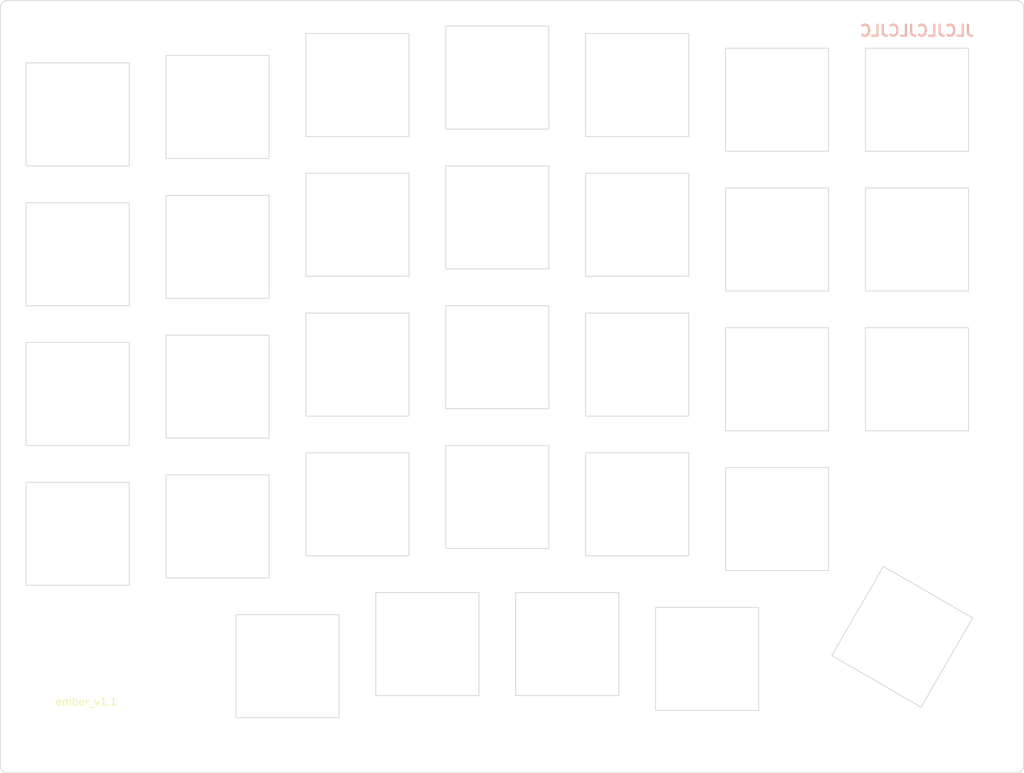
<source format=kicad_pcb>
(kicad_pcb (version 20221018) (generator pcbnew)
  (layers (0 "F.Cu" signal) (31 "B.Cu" signal) (34 "B.Paste" user) (35 "F.Paste" user) (36 "B.SilkS" user "B.Silkscreen") (37 "F.SilkS" user "F.Silkscreen") (38 "B.Mask" user) (39 "F.Mask" user) (44 "Edge.Cuts" user))
  (net 0 "")
  (footprint "MountingHole:MountingHole_2.2mm_M2" (layer "F.Cu") (at 70 113)
    (fp_text reference "H3")
    (fp_text value "MountingHole")
    (pad "" np_thru_hole circle (at 0 0) (size 2.2 2.2) (drill 2.2) (layers "*.Cu" "*.Mask"))
  )
  (footprint "MountingHole:MountingHole_2.2mm_M2" (layer "F.Cu") (at 70 75)
    (fp_text reference "H1")
    (fp_text value "MountingHole")
    (pad "" np_thru_hole circle (at 0 0) (size 2.2 2.2) (drill 2.2) (layers "*.Cu" "*.Mask"))
  )
  (footprint "MountingHole:MountingHole_2.2mm_M2" (layer "F.Cu") (at 165 73)
    (fp_text reference "H4")
    (fp_text value "MountingHole")
    (pad "" np_thru_hole circle (at 0 0) (size 2.2 2.2) (drill 2.2) (layers "*.Cu" "*.Mask"))
  )
  (footprint "fps_dojo_logo:fps_dojo_logo" (layer "F.Cu") (at 64.5 140.5)
    (fp_text reference "G***" hide)
    (fp_text value "LOGO" hide)
  )
  (footprint "MountingHole:MountingHole_2.2mm_M2" (layer "F.Cu") (at 165 130)
    (fp_text reference "H2")
    (fp_text value "MountingHole")
    (pad "" np_thru_hole circle (at 0 0) (size 2.2 2.2) (drill 2.2) (layers "*.Cu" "*.Mask"))
  )
  (footprint "MountingHole:MountingHole_2.2mm_M2" (layer "F.Cu") (at 117.5 127)
    (fp_text reference "H5")
    (fp_text value "MountingHole")
    (pad "" np_thru_hole circle (at 0 0) (size 2.2 2.2) (drill 2.2) (layers "*.Cu" "*.Mask"))
  )
  (footprint "MountingHole:MountingHole_2.2mm_M2" (layer "F.Cu") (at 117.5 70)
    (fp_text reference "H6")
    (fp_text value "MountingHole")
    (pad "" np_thru_hole circle (at 0 0) (size 2.2 2.2) (drill 2.2) (layers "*.Cu" "*.Mask"))
  )
  (gr_rect (start 167.5 94.5) (end 181.5 108.5) (stroke (width 0.1)) (fill none) (layer "Edge.Cuts"))
  (gr_rect (start 72.5 76.5) (end 86.5 90.5) (stroke (width 0.1)) (fill none) (layer "Edge.Cuts"))
  (gr_rect (start 110.5 91.5) (end 124.5 105.5) (stroke (width 0.1)) (fill none) (layer "Edge.Cuts"))
  (gr_rect (start 148.5 75.5) (end 162.5 89.5) (stroke (width 0.1)) (fill none) (layer "Edge.Cuts"))
  (gr_poly (pts (xy 169.937822 126.937822) (xy 182.062178 133.937822) (xy 175.062178 146.062178) (xy 162.937822 139.062178)) (stroke (width 0.1)) (fill none) (layer "Edge.Cuts"))
  (gr_rect (start 53.5 77.5) (end 67.5 91.5) (stroke (width 0.1)) (fill none) (layer "Edge.Cuts"))
  (gr_rect (start 91.5 54.5) (end 105.5 68.5) (stroke (width 0.1)) (fill none) (layer "Edge.Cuts"))
  (gr_rect (start 91.5 111.5) (end 105.5 125.5) (stroke (width 0.1)) (fill none) (layer "Edge.Cuts"))
  (gr_rect (start 129.5 111.5) (end 143.5 125.5) (stroke (width 0.1)) (fill none) (layer "Edge.Cuts"))
  (gr_line (start 188 50) (end 51 50) (stroke (width 0.1)) (layer "Edge.Cuts"))
  (gr_arc (start 188 50) (mid 188.707107 50.292893) (end 189 51) (stroke (width 0.1)) (layer "Edge.Cuts"))
  (gr_rect (start 167.5 56.5) (end 181.5 70.5) (stroke (width 0.1)) (fill none) (layer "Edge.Cuts"))
  (gr_rect (start 110.5 72.5) (end 124.5 86.5) (stroke (width 0.1)) (fill none) (layer "Edge.Cuts"))
  (gr_rect (start 120 130.5) (end 134 144.5) (stroke (width 0.1)) (fill none) (layer "Edge.Cuts"))
  (gr_rect (start 148.5 56.5) (end 162.5 70.5) (stroke (width 0.1)) (fill none) (layer "Edge.Cuts"))
  (gr_rect (start 72.5 57.5) (end 86.5 71.5) (stroke (width 0.1)) (fill none) (layer "Edge.Cuts"))
  (gr_rect (start 139 132.5) (end 153 146.5) (stroke (width 0.1)) (fill none) (layer "Edge.Cuts"))
  (gr_rect (start 148.5 113.5) (end 162.5 127.5) (stroke (width 0.1)) (fill none) (layer "Edge.Cuts"))
  (gr_line (start 50 51) (end 50 154) (stroke (width 0.1)) (layer "Edge.Cuts"))
  (gr_rect (start 72.5 95.5) (end 86.5 109.5) (stroke (width 0.1)) (fill none) (layer "Edge.Cuts"))
  (gr_arc (start 189 154) (mid 188.707107 154.707107) (end 188 155) (stroke (width 0.1)) (layer "Edge.Cuts"))
  (gr_rect (start 91.5 73.5) (end 105.5 87.5) (stroke (width 0.1)) (fill none) (layer "Edge.Cuts"))
  (gr_rect (start 110.5 53.5) (end 124.5 67.5) (stroke (width 0.1)) (fill none) (layer "Edge.Cuts"))
  (gr_arc (start 51 155) (mid 50.292893 154.707107) (end 50 154) (stroke (width 0.1)) (layer "Edge.Cuts"))
  (gr_rect (start 53.5 58.5) (end 67.5 72.5) (stroke (width 0.1)) (fill none) (layer "Edge.Cuts"))
  (gr_rect (start 148.5 94.5) (end 162.5 108.5) (stroke (width 0.1)) (fill none) (layer "Edge.Cuts"))
  (gr_rect (start 91.5 92.5) (end 105.5 106.5) (stroke (width 0.1)) (fill none) (layer "Edge.Cuts"))
  (gr_rect (start 53.5 96.5) (end 67.5 110.5) (stroke (width 0.1)) (fill none) (layer "Edge.Cuts"))
  (gr_rect (start 82 133.5) (end 96 147.5) (stroke (width 0.1)) (fill none) (layer "Edge.Cuts"))
  (gr_line (start 188 155) (end 51 155) (stroke (width 0.1)) (layer "Edge.Cuts"))
  (gr_rect (start 129.5 92.5) (end 143.5 106.5) (stroke (width 0.1)) (fill none) (layer "Edge.Cuts"))
  (gr_rect (start 110.5 110.5) (end 124.5 124.5) (stroke (width 0.1)) (fill none) (layer "Edge.Cuts"))
  (gr_line (start 189 154) (end 189 51) (stroke (width 0.1)) (layer "Edge.Cuts"))
  (gr_rect (start 167.5 75.5) (end 181.5 89.5) (stroke (width 0.1)) (fill none) (layer "Edge.Cuts"))
  (gr_rect (start 101 130.5) (end 115 144.5) (stroke (width 0.1)) (fill none) (layer "Edge.Cuts"))
  (gr_rect (start 53.5 115.5) (end 67.5 129.5) (stroke (width 0.1)) (fill none) (layer "Edge.Cuts"))
  (gr_rect (start 129.5 54.5) (end 143.5 68.5) (stroke (width 0.1)) (fill none) (layer "Edge.Cuts"))
  (gr_arc (start 50 51) (mid 50.292893 50.292893) (end 51 50) (stroke (width 0.1)) (layer "Edge.Cuts"))
  (gr_rect (start 129.5 73.5) (end 143.5 87.5) (stroke (width 0.1)) (fill none) (layer "Edge.Cuts"))
  (gr_rect (start 72.5 114.5) (end 86.5 128.5) (stroke (width 0.1)) (fill none) (layer "Edge.Cuts"))
  (gr_text "JLCJLCJLCJLC" (at 174.5 55) (layer "B.SilkS") (effects (font (size 1.5 1.5) (thickness 0.3) bold) (justify bottom mirror)))
  (gr_text "ember_v1.1" (at 57.5 146) (layer "F.SilkS") (effects (font (size 1 1)) (justify left bottom)))
)
</source>
